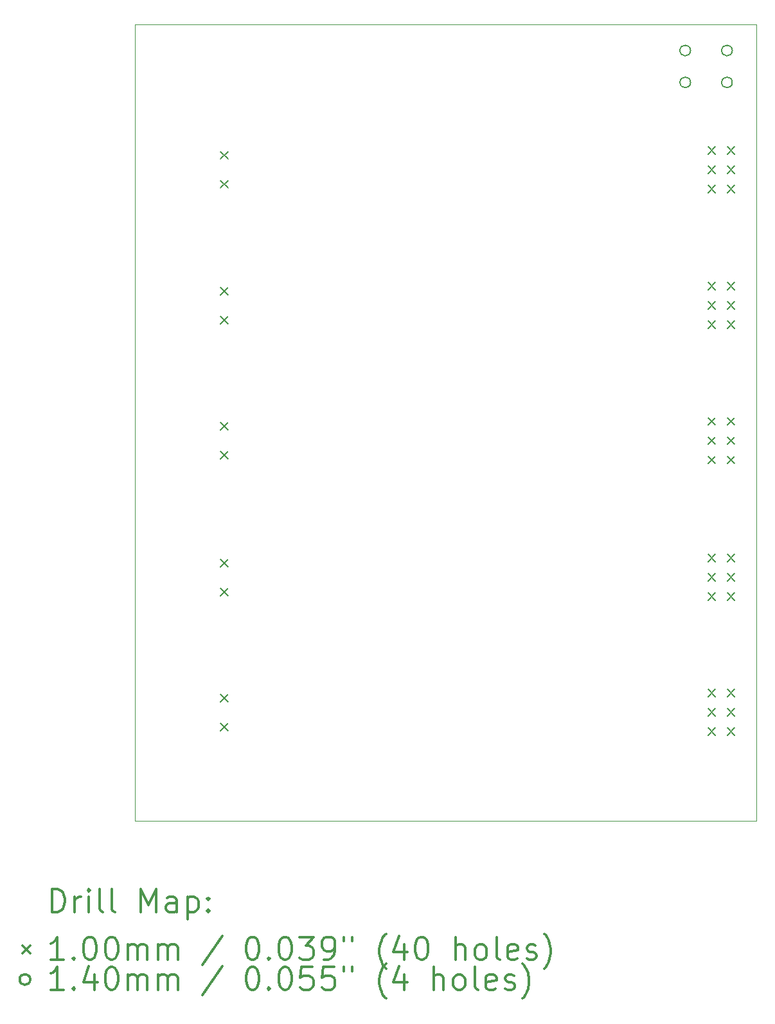
<source format=gbr>
%FSLAX45Y45*%
G04 Gerber Fmt 4.5, Leading zero omitted, Abs format (unit mm)*
G04 Created by KiCad (PCBNEW (5.1.8)-1) date 2021-10-07 22:13:13*
%MOMM*%
%LPD*%
G01*
G04 APERTURE LIST*
%TA.AperFunction,Profile*%
%ADD10C,0.050000*%
%TD*%
%ADD11C,0.200000*%
%ADD12C,0.300000*%
G04 APERTURE END LIST*
D10*
X19410000Y-3720000D02*
X11220000Y-3720000D01*
X11220000Y-14210000D02*
X11220000Y-3720000D01*
X19410000Y-14210000D02*
X19410000Y-3720000D01*
X19410000Y-14210000D02*
X11220000Y-14210000D01*
D11*
X12350000Y-10760000D02*
X12450000Y-10860000D01*
X12450000Y-10760000D02*
X12350000Y-10860000D01*
X12350000Y-9340000D02*
X12450000Y-9440000D01*
X12450000Y-9340000D02*
X12350000Y-9440000D01*
X12350000Y-12540000D02*
X12450000Y-12640000D01*
X12450000Y-12540000D02*
X12350000Y-12640000D01*
X12350000Y-11140000D02*
X12450000Y-11240000D01*
X12450000Y-11140000D02*
X12350000Y-11240000D01*
X18769000Y-10694000D02*
X18869000Y-10794000D01*
X18869000Y-10694000D02*
X18769000Y-10794000D01*
X18769000Y-10948000D02*
X18869000Y-11048000D01*
X18869000Y-10948000D02*
X18769000Y-11048000D01*
X18769000Y-11202000D02*
X18869000Y-11302000D01*
X18869000Y-11202000D02*
X18769000Y-11302000D01*
X19023000Y-10694000D02*
X19123000Y-10794000D01*
X19123000Y-10694000D02*
X19023000Y-10794000D01*
X19023000Y-10948000D02*
X19123000Y-11048000D01*
X19123000Y-10948000D02*
X19023000Y-11048000D01*
X19023000Y-11202000D02*
X19123000Y-11302000D01*
X19123000Y-11202000D02*
X19023000Y-11302000D01*
X18769000Y-7114000D02*
X18869000Y-7214000D01*
X18869000Y-7114000D02*
X18769000Y-7214000D01*
X18769000Y-7368000D02*
X18869000Y-7468000D01*
X18869000Y-7368000D02*
X18769000Y-7468000D01*
X18769000Y-7622000D02*
X18869000Y-7722000D01*
X18869000Y-7622000D02*
X18769000Y-7722000D01*
X19023000Y-7114000D02*
X19123000Y-7214000D01*
X19123000Y-7114000D02*
X19023000Y-7214000D01*
X19023000Y-7368000D02*
X19123000Y-7468000D01*
X19123000Y-7368000D02*
X19023000Y-7468000D01*
X19023000Y-7622000D02*
X19123000Y-7722000D01*
X19123000Y-7622000D02*
X19023000Y-7722000D01*
X18769000Y-5324000D02*
X18869000Y-5424000D01*
X18869000Y-5324000D02*
X18769000Y-5424000D01*
X18769000Y-5578000D02*
X18869000Y-5678000D01*
X18869000Y-5578000D02*
X18769000Y-5678000D01*
X18769000Y-5832000D02*
X18869000Y-5932000D01*
X18869000Y-5832000D02*
X18769000Y-5932000D01*
X19023000Y-5324000D02*
X19123000Y-5424000D01*
X19123000Y-5324000D02*
X19023000Y-5424000D01*
X19023000Y-5578000D02*
X19123000Y-5678000D01*
X19123000Y-5578000D02*
X19023000Y-5678000D01*
X19023000Y-5832000D02*
X19123000Y-5932000D01*
X19123000Y-5832000D02*
X19023000Y-5932000D01*
X12350000Y-5770000D02*
X12450000Y-5870000D01*
X12450000Y-5770000D02*
X12350000Y-5870000D01*
X18769000Y-8894000D02*
X18869000Y-8994000D01*
X18869000Y-8894000D02*
X18769000Y-8994000D01*
X18769000Y-9148000D02*
X18869000Y-9248000D01*
X18869000Y-9148000D02*
X18769000Y-9248000D01*
X18769000Y-9402000D02*
X18869000Y-9502000D01*
X18869000Y-9402000D02*
X18769000Y-9502000D01*
X19023000Y-8894000D02*
X19123000Y-8994000D01*
X19123000Y-8894000D02*
X19023000Y-8994000D01*
X19023000Y-9148000D02*
X19123000Y-9248000D01*
X19123000Y-9148000D02*
X19023000Y-9248000D01*
X19023000Y-9402000D02*
X19123000Y-9502000D01*
X19123000Y-9402000D02*
X19023000Y-9502000D01*
X12350000Y-8960000D02*
X12450000Y-9060000D01*
X12450000Y-8960000D02*
X12350000Y-9060000D01*
X12350000Y-12920000D02*
X12450000Y-13020000D01*
X12450000Y-12920000D02*
X12350000Y-13020000D01*
X12350000Y-7180000D02*
X12450000Y-7280000D01*
X12450000Y-7180000D02*
X12350000Y-7280000D01*
X12350000Y-5390000D02*
X12450000Y-5490000D01*
X12450000Y-5390000D02*
X12350000Y-5490000D01*
X12350000Y-7560000D02*
X12450000Y-7660000D01*
X12450000Y-7560000D02*
X12350000Y-7660000D01*
X18769000Y-12474000D02*
X18869000Y-12574000D01*
X18869000Y-12474000D02*
X18769000Y-12574000D01*
X18769000Y-12728000D02*
X18869000Y-12828000D01*
X18869000Y-12728000D02*
X18769000Y-12828000D01*
X18769000Y-12982000D02*
X18869000Y-13082000D01*
X18869000Y-12982000D02*
X18769000Y-13082000D01*
X19023000Y-12474000D02*
X19123000Y-12574000D01*
X19123000Y-12474000D02*
X19023000Y-12574000D01*
X19023000Y-12728000D02*
X19123000Y-12828000D01*
X19123000Y-12728000D02*
X19023000Y-12828000D01*
X19023000Y-12982000D02*
X19123000Y-13082000D01*
X19123000Y-12982000D02*
X19023000Y-13082000D01*
X18540000Y-4060000D02*
G75*
G03*
X18540000Y-4060000I-70000J0D01*
G01*
X18540000Y-4480000D02*
G75*
G03*
X18540000Y-4480000I-70000J0D01*
G01*
X19090000Y-4060000D02*
G75*
G03*
X19090000Y-4060000I-70000J0D01*
G01*
X19090000Y-4480000D02*
G75*
G03*
X19090000Y-4480000I-70000J0D01*
G01*
D12*
X10126429Y-15405714D02*
X10126429Y-15105714D01*
X10197857Y-15105714D01*
X10240714Y-15120000D01*
X10269286Y-15148571D01*
X10283571Y-15177143D01*
X10297857Y-15234286D01*
X10297857Y-15277143D01*
X10283571Y-15334286D01*
X10269286Y-15362857D01*
X10240714Y-15391428D01*
X10197857Y-15405714D01*
X10126429Y-15405714D01*
X10426429Y-15405714D02*
X10426429Y-15205714D01*
X10426429Y-15262857D02*
X10440714Y-15234286D01*
X10455000Y-15220000D01*
X10483571Y-15205714D01*
X10512143Y-15205714D01*
X10612143Y-15405714D02*
X10612143Y-15205714D01*
X10612143Y-15105714D02*
X10597857Y-15120000D01*
X10612143Y-15134286D01*
X10626429Y-15120000D01*
X10612143Y-15105714D01*
X10612143Y-15134286D01*
X10797857Y-15405714D02*
X10769286Y-15391428D01*
X10755000Y-15362857D01*
X10755000Y-15105714D01*
X10955000Y-15405714D02*
X10926429Y-15391428D01*
X10912143Y-15362857D01*
X10912143Y-15105714D01*
X11297857Y-15405714D02*
X11297857Y-15105714D01*
X11397857Y-15320000D01*
X11497857Y-15105714D01*
X11497857Y-15405714D01*
X11769286Y-15405714D02*
X11769286Y-15248571D01*
X11755000Y-15220000D01*
X11726428Y-15205714D01*
X11669286Y-15205714D01*
X11640714Y-15220000D01*
X11769286Y-15391428D02*
X11740714Y-15405714D01*
X11669286Y-15405714D01*
X11640714Y-15391428D01*
X11626428Y-15362857D01*
X11626428Y-15334286D01*
X11640714Y-15305714D01*
X11669286Y-15291428D01*
X11740714Y-15291428D01*
X11769286Y-15277143D01*
X11912143Y-15205714D02*
X11912143Y-15505714D01*
X11912143Y-15220000D02*
X11940714Y-15205714D01*
X11997857Y-15205714D01*
X12026428Y-15220000D01*
X12040714Y-15234286D01*
X12055000Y-15262857D01*
X12055000Y-15348571D01*
X12040714Y-15377143D01*
X12026428Y-15391428D01*
X11997857Y-15405714D01*
X11940714Y-15405714D01*
X11912143Y-15391428D01*
X12183571Y-15377143D02*
X12197857Y-15391428D01*
X12183571Y-15405714D01*
X12169286Y-15391428D01*
X12183571Y-15377143D01*
X12183571Y-15405714D01*
X12183571Y-15220000D02*
X12197857Y-15234286D01*
X12183571Y-15248571D01*
X12169286Y-15234286D01*
X12183571Y-15220000D01*
X12183571Y-15248571D01*
X9740000Y-15850000D02*
X9840000Y-15950000D01*
X9840000Y-15850000D02*
X9740000Y-15950000D01*
X10283571Y-16035714D02*
X10112143Y-16035714D01*
X10197857Y-16035714D02*
X10197857Y-15735714D01*
X10169286Y-15778571D01*
X10140714Y-15807143D01*
X10112143Y-15821428D01*
X10412143Y-16007143D02*
X10426429Y-16021428D01*
X10412143Y-16035714D01*
X10397857Y-16021428D01*
X10412143Y-16007143D01*
X10412143Y-16035714D01*
X10612143Y-15735714D02*
X10640714Y-15735714D01*
X10669286Y-15750000D01*
X10683571Y-15764286D01*
X10697857Y-15792857D01*
X10712143Y-15850000D01*
X10712143Y-15921428D01*
X10697857Y-15978571D01*
X10683571Y-16007143D01*
X10669286Y-16021428D01*
X10640714Y-16035714D01*
X10612143Y-16035714D01*
X10583571Y-16021428D01*
X10569286Y-16007143D01*
X10555000Y-15978571D01*
X10540714Y-15921428D01*
X10540714Y-15850000D01*
X10555000Y-15792857D01*
X10569286Y-15764286D01*
X10583571Y-15750000D01*
X10612143Y-15735714D01*
X10897857Y-15735714D02*
X10926429Y-15735714D01*
X10955000Y-15750000D01*
X10969286Y-15764286D01*
X10983571Y-15792857D01*
X10997857Y-15850000D01*
X10997857Y-15921428D01*
X10983571Y-15978571D01*
X10969286Y-16007143D01*
X10955000Y-16021428D01*
X10926429Y-16035714D01*
X10897857Y-16035714D01*
X10869286Y-16021428D01*
X10855000Y-16007143D01*
X10840714Y-15978571D01*
X10826429Y-15921428D01*
X10826429Y-15850000D01*
X10840714Y-15792857D01*
X10855000Y-15764286D01*
X10869286Y-15750000D01*
X10897857Y-15735714D01*
X11126429Y-16035714D02*
X11126429Y-15835714D01*
X11126429Y-15864286D02*
X11140714Y-15850000D01*
X11169286Y-15835714D01*
X11212143Y-15835714D01*
X11240714Y-15850000D01*
X11255000Y-15878571D01*
X11255000Y-16035714D01*
X11255000Y-15878571D02*
X11269286Y-15850000D01*
X11297857Y-15835714D01*
X11340714Y-15835714D01*
X11369286Y-15850000D01*
X11383571Y-15878571D01*
X11383571Y-16035714D01*
X11526428Y-16035714D02*
X11526428Y-15835714D01*
X11526428Y-15864286D02*
X11540714Y-15850000D01*
X11569286Y-15835714D01*
X11612143Y-15835714D01*
X11640714Y-15850000D01*
X11655000Y-15878571D01*
X11655000Y-16035714D01*
X11655000Y-15878571D02*
X11669286Y-15850000D01*
X11697857Y-15835714D01*
X11740714Y-15835714D01*
X11769286Y-15850000D01*
X11783571Y-15878571D01*
X11783571Y-16035714D01*
X12369286Y-15721428D02*
X12112143Y-16107143D01*
X12755000Y-15735714D02*
X12783571Y-15735714D01*
X12812143Y-15750000D01*
X12826428Y-15764286D01*
X12840714Y-15792857D01*
X12855000Y-15850000D01*
X12855000Y-15921428D01*
X12840714Y-15978571D01*
X12826428Y-16007143D01*
X12812143Y-16021428D01*
X12783571Y-16035714D01*
X12755000Y-16035714D01*
X12726428Y-16021428D01*
X12712143Y-16007143D01*
X12697857Y-15978571D01*
X12683571Y-15921428D01*
X12683571Y-15850000D01*
X12697857Y-15792857D01*
X12712143Y-15764286D01*
X12726428Y-15750000D01*
X12755000Y-15735714D01*
X12983571Y-16007143D02*
X12997857Y-16021428D01*
X12983571Y-16035714D01*
X12969286Y-16021428D01*
X12983571Y-16007143D01*
X12983571Y-16035714D01*
X13183571Y-15735714D02*
X13212143Y-15735714D01*
X13240714Y-15750000D01*
X13255000Y-15764286D01*
X13269286Y-15792857D01*
X13283571Y-15850000D01*
X13283571Y-15921428D01*
X13269286Y-15978571D01*
X13255000Y-16007143D01*
X13240714Y-16021428D01*
X13212143Y-16035714D01*
X13183571Y-16035714D01*
X13155000Y-16021428D01*
X13140714Y-16007143D01*
X13126428Y-15978571D01*
X13112143Y-15921428D01*
X13112143Y-15850000D01*
X13126428Y-15792857D01*
X13140714Y-15764286D01*
X13155000Y-15750000D01*
X13183571Y-15735714D01*
X13383571Y-15735714D02*
X13569286Y-15735714D01*
X13469286Y-15850000D01*
X13512143Y-15850000D01*
X13540714Y-15864286D01*
X13555000Y-15878571D01*
X13569286Y-15907143D01*
X13569286Y-15978571D01*
X13555000Y-16007143D01*
X13540714Y-16021428D01*
X13512143Y-16035714D01*
X13426428Y-16035714D01*
X13397857Y-16021428D01*
X13383571Y-16007143D01*
X13712143Y-16035714D02*
X13769286Y-16035714D01*
X13797857Y-16021428D01*
X13812143Y-16007143D01*
X13840714Y-15964286D01*
X13855000Y-15907143D01*
X13855000Y-15792857D01*
X13840714Y-15764286D01*
X13826428Y-15750000D01*
X13797857Y-15735714D01*
X13740714Y-15735714D01*
X13712143Y-15750000D01*
X13697857Y-15764286D01*
X13683571Y-15792857D01*
X13683571Y-15864286D01*
X13697857Y-15892857D01*
X13712143Y-15907143D01*
X13740714Y-15921428D01*
X13797857Y-15921428D01*
X13826428Y-15907143D01*
X13840714Y-15892857D01*
X13855000Y-15864286D01*
X13969286Y-15735714D02*
X13969286Y-15792857D01*
X14083571Y-15735714D02*
X14083571Y-15792857D01*
X14526428Y-16150000D02*
X14512143Y-16135714D01*
X14483571Y-16092857D01*
X14469286Y-16064286D01*
X14455000Y-16021428D01*
X14440714Y-15950000D01*
X14440714Y-15892857D01*
X14455000Y-15821428D01*
X14469286Y-15778571D01*
X14483571Y-15750000D01*
X14512143Y-15707143D01*
X14526428Y-15692857D01*
X14769286Y-15835714D02*
X14769286Y-16035714D01*
X14697857Y-15721428D02*
X14626428Y-15935714D01*
X14812143Y-15935714D01*
X14983571Y-15735714D02*
X15012143Y-15735714D01*
X15040714Y-15750000D01*
X15055000Y-15764286D01*
X15069286Y-15792857D01*
X15083571Y-15850000D01*
X15083571Y-15921428D01*
X15069286Y-15978571D01*
X15055000Y-16007143D01*
X15040714Y-16021428D01*
X15012143Y-16035714D01*
X14983571Y-16035714D01*
X14955000Y-16021428D01*
X14940714Y-16007143D01*
X14926428Y-15978571D01*
X14912143Y-15921428D01*
X14912143Y-15850000D01*
X14926428Y-15792857D01*
X14940714Y-15764286D01*
X14955000Y-15750000D01*
X14983571Y-15735714D01*
X15440714Y-16035714D02*
X15440714Y-15735714D01*
X15569286Y-16035714D02*
X15569286Y-15878571D01*
X15555000Y-15850000D01*
X15526428Y-15835714D01*
X15483571Y-15835714D01*
X15455000Y-15850000D01*
X15440714Y-15864286D01*
X15755000Y-16035714D02*
X15726428Y-16021428D01*
X15712143Y-16007143D01*
X15697857Y-15978571D01*
X15697857Y-15892857D01*
X15712143Y-15864286D01*
X15726428Y-15850000D01*
X15755000Y-15835714D01*
X15797857Y-15835714D01*
X15826428Y-15850000D01*
X15840714Y-15864286D01*
X15855000Y-15892857D01*
X15855000Y-15978571D01*
X15840714Y-16007143D01*
X15826428Y-16021428D01*
X15797857Y-16035714D01*
X15755000Y-16035714D01*
X16026428Y-16035714D02*
X15997857Y-16021428D01*
X15983571Y-15992857D01*
X15983571Y-15735714D01*
X16255000Y-16021428D02*
X16226428Y-16035714D01*
X16169286Y-16035714D01*
X16140714Y-16021428D01*
X16126428Y-15992857D01*
X16126428Y-15878571D01*
X16140714Y-15850000D01*
X16169286Y-15835714D01*
X16226428Y-15835714D01*
X16255000Y-15850000D01*
X16269286Y-15878571D01*
X16269286Y-15907143D01*
X16126428Y-15935714D01*
X16383571Y-16021428D02*
X16412143Y-16035714D01*
X16469286Y-16035714D01*
X16497857Y-16021428D01*
X16512143Y-15992857D01*
X16512143Y-15978571D01*
X16497857Y-15950000D01*
X16469286Y-15935714D01*
X16426428Y-15935714D01*
X16397857Y-15921428D01*
X16383571Y-15892857D01*
X16383571Y-15878571D01*
X16397857Y-15850000D01*
X16426428Y-15835714D01*
X16469286Y-15835714D01*
X16497857Y-15850000D01*
X16612143Y-16150000D02*
X16626428Y-16135714D01*
X16655000Y-16092857D01*
X16669286Y-16064286D01*
X16683571Y-16021428D01*
X16697857Y-15950000D01*
X16697857Y-15892857D01*
X16683571Y-15821428D01*
X16669286Y-15778571D01*
X16655000Y-15750000D01*
X16626428Y-15707143D01*
X16612143Y-15692857D01*
X9840000Y-16296000D02*
G75*
G03*
X9840000Y-16296000I-70000J0D01*
G01*
X10283571Y-16431714D02*
X10112143Y-16431714D01*
X10197857Y-16431714D02*
X10197857Y-16131714D01*
X10169286Y-16174571D01*
X10140714Y-16203143D01*
X10112143Y-16217428D01*
X10412143Y-16403143D02*
X10426429Y-16417428D01*
X10412143Y-16431714D01*
X10397857Y-16417428D01*
X10412143Y-16403143D01*
X10412143Y-16431714D01*
X10683571Y-16231714D02*
X10683571Y-16431714D01*
X10612143Y-16117428D02*
X10540714Y-16331714D01*
X10726429Y-16331714D01*
X10897857Y-16131714D02*
X10926429Y-16131714D01*
X10955000Y-16146000D01*
X10969286Y-16160286D01*
X10983571Y-16188857D01*
X10997857Y-16246000D01*
X10997857Y-16317428D01*
X10983571Y-16374571D01*
X10969286Y-16403143D01*
X10955000Y-16417428D01*
X10926429Y-16431714D01*
X10897857Y-16431714D01*
X10869286Y-16417428D01*
X10855000Y-16403143D01*
X10840714Y-16374571D01*
X10826429Y-16317428D01*
X10826429Y-16246000D01*
X10840714Y-16188857D01*
X10855000Y-16160286D01*
X10869286Y-16146000D01*
X10897857Y-16131714D01*
X11126429Y-16431714D02*
X11126429Y-16231714D01*
X11126429Y-16260286D02*
X11140714Y-16246000D01*
X11169286Y-16231714D01*
X11212143Y-16231714D01*
X11240714Y-16246000D01*
X11255000Y-16274571D01*
X11255000Y-16431714D01*
X11255000Y-16274571D02*
X11269286Y-16246000D01*
X11297857Y-16231714D01*
X11340714Y-16231714D01*
X11369286Y-16246000D01*
X11383571Y-16274571D01*
X11383571Y-16431714D01*
X11526428Y-16431714D02*
X11526428Y-16231714D01*
X11526428Y-16260286D02*
X11540714Y-16246000D01*
X11569286Y-16231714D01*
X11612143Y-16231714D01*
X11640714Y-16246000D01*
X11655000Y-16274571D01*
X11655000Y-16431714D01*
X11655000Y-16274571D02*
X11669286Y-16246000D01*
X11697857Y-16231714D01*
X11740714Y-16231714D01*
X11769286Y-16246000D01*
X11783571Y-16274571D01*
X11783571Y-16431714D01*
X12369286Y-16117428D02*
X12112143Y-16503143D01*
X12755000Y-16131714D02*
X12783571Y-16131714D01*
X12812143Y-16146000D01*
X12826428Y-16160286D01*
X12840714Y-16188857D01*
X12855000Y-16246000D01*
X12855000Y-16317428D01*
X12840714Y-16374571D01*
X12826428Y-16403143D01*
X12812143Y-16417428D01*
X12783571Y-16431714D01*
X12755000Y-16431714D01*
X12726428Y-16417428D01*
X12712143Y-16403143D01*
X12697857Y-16374571D01*
X12683571Y-16317428D01*
X12683571Y-16246000D01*
X12697857Y-16188857D01*
X12712143Y-16160286D01*
X12726428Y-16146000D01*
X12755000Y-16131714D01*
X12983571Y-16403143D02*
X12997857Y-16417428D01*
X12983571Y-16431714D01*
X12969286Y-16417428D01*
X12983571Y-16403143D01*
X12983571Y-16431714D01*
X13183571Y-16131714D02*
X13212143Y-16131714D01*
X13240714Y-16146000D01*
X13255000Y-16160286D01*
X13269286Y-16188857D01*
X13283571Y-16246000D01*
X13283571Y-16317428D01*
X13269286Y-16374571D01*
X13255000Y-16403143D01*
X13240714Y-16417428D01*
X13212143Y-16431714D01*
X13183571Y-16431714D01*
X13155000Y-16417428D01*
X13140714Y-16403143D01*
X13126428Y-16374571D01*
X13112143Y-16317428D01*
X13112143Y-16246000D01*
X13126428Y-16188857D01*
X13140714Y-16160286D01*
X13155000Y-16146000D01*
X13183571Y-16131714D01*
X13555000Y-16131714D02*
X13412143Y-16131714D01*
X13397857Y-16274571D01*
X13412143Y-16260286D01*
X13440714Y-16246000D01*
X13512143Y-16246000D01*
X13540714Y-16260286D01*
X13555000Y-16274571D01*
X13569286Y-16303143D01*
X13569286Y-16374571D01*
X13555000Y-16403143D01*
X13540714Y-16417428D01*
X13512143Y-16431714D01*
X13440714Y-16431714D01*
X13412143Y-16417428D01*
X13397857Y-16403143D01*
X13840714Y-16131714D02*
X13697857Y-16131714D01*
X13683571Y-16274571D01*
X13697857Y-16260286D01*
X13726428Y-16246000D01*
X13797857Y-16246000D01*
X13826428Y-16260286D01*
X13840714Y-16274571D01*
X13855000Y-16303143D01*
X13855000Y-16374571D01*
X13840714Y-16403143D01*
X13826428Y-16417428D01*
X13797857Y-16431714D01*
X13726428Y-16431714D01*
X13697857Y-16417428D01*
X13683571Y-16403143D01*
X13969286Y-16131714D02*
X13969286Y-16188857D01*
X14083571Y-16131714D02*
X14083571Y-16188857D01*
X14526428Y-16546000D02*
X14512143Y-16531714D01*
X14483571Y-16488857D01*
X14469286Y-16460286D01*
X14455000Y-16417428D01*
X14440714Y-16346000D01*
X14440714Y-16288857D01*
X14455000Y-16217428D01*
X14469286Y-16174571D01*
X14483571Y-16146000D01*
X14512143Y-16103143D01*
X14526428Y-16088857D01*
X14769286Y-16231714D02*
X14769286Y-16431714D01*
X14697857Y-16117428D02*
X14626428Y-16331714D01*
X14812143Y-16331714D01*
X15155000Y-16431714D02*
X15155000Y-16131714D01*
X15283571Y-16431714D02*
X15283571Y-16274571D01*
X15269286Y-16246000D01*
X15240714Y-16231714D01*
X15197857Y-16231714D01*
X15169286Y-16246000D01*
X15155000Y-16260286D01*
X15469286Y-16431714D02*
X15440714Y-16417428D01*
X15426428Y-16403143D01*
X15412143Y-16374571D01*
X15412143Y-16288857D01*
X15426428Y-16260286D01*
X15440714Y-16246000D01*
X15469286Y-16231714D01*
X15512143Y-16231714D01*
X15540714Y-16246000D01*
X15555000Y-16260286D01*
X15569286Y-16288857D01*
X15569286Y-16374571D01*
X15555000Y-16403143D01*
X15540714Y-16417428D01*
X15512143Y-16431714D01*
X15469286Y-16431714D01*
X15740714Y-16431714D02*
X15712143Y-16417428D01*
X15697857Y-16388857D01*
X15697857Y-16131714D01*
X15969286Y-16417428D02*
X15940714Y-16431714D01*
X15883571Y-16431714D01*
X15855000Y-16417428D01*
X15840714Y-16388857D01*
X15840714Y-16274571D01*
X15855000Y-16246000D01*
X15883571Y-16231714D01*
X15940714Y-16231714D01*
X15969286Y-16246000D01*
X15983571Y-16274571D01*
X15983571Y-16303143D01*
X15840714Y-16331714D01*
X16097857Y-16417428D02*
X16126428Y-16431714D01*
X16183571Y-16431714D01*
X16212143Y-16417428D01*
X16226428Y-16388857D01*
X16226428Y-16374571D01*
X16212143Y-16346000D01*
X16183571Y-16331714D01*
X16140714Y-16331714D01*
X16112143Y-16317428D01*
X16097857Y-16288857D01*
X16097857Y-16274571D01*
X16112143Y-16246000D01*
X16140714Y-16231714D01*
X16183571Y-16231714D01*
X16212143Y-16246000D01*
X16326428Y-16546000D02*
X16340714Y-16531714D01*
X16369286Y-16488857D01*
X16383571Y-16460286D01*
X16397857Y-16417428D01*
X16412143Y-16346000D01*
X16412143Y-16288857D01*
X16397857Y-16217428D01*
X16383571Y-16174571D01*
X16369286Y-16146000D01*
X16340714Y-16103143D01*
X16326428Y-16088857D01*
M02*

</source>
